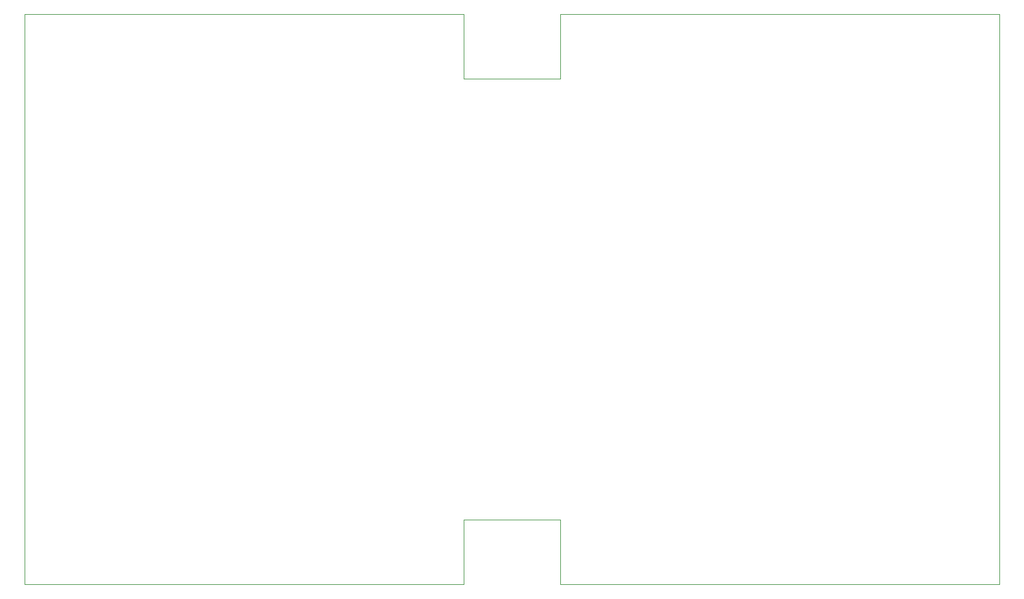
<source format=gbr>
%TF.GenerationSoftware,KiCad,Pcbnew,7.0.9*%
%TF.CreationDate,2024-01-13T11:23:33+07:00*%
%TF.ProjectId,Waterbox 2.1,57617465-7262-46f7-9820-322e312e6b69,rev?*%
%TF.SameCoordinates,Original*%
%TF.FileFunction,Profile,NP*%
%FSLAX46Y46*%
G04 Gerber Fmt 4.6, Leading zero omitted, Abs format (unit mm)*
G04 Created by KiCad (PCBNEW 7.0.9) date 2024-01-13 11:23:33*
%MOMM*%
%LPD*%
G01*
G04 APERTURE LIST*
%TA.AperFunction,Profile*%
%ADD10C,0.100000*%
%TD*%
G04 APERTURE END LIST*
D10*
X118873000Y-61746274D02*
X132208000Y-61746274D01*
X132208000Y-61746274D02*
X132208000Y-52856274D01*
X118873000Y-131342274D02*
X58453000Y-131342274D01*
X192628000Y-52856274D02*
X192628000Y-131342274D01*
X118873000Y-52856274D02*
X118873000Y-61746274D01*
X192628000Y-131342274D02*
X132208000Y-131342274D01*
X132208000Y-131342274D02*
X132208000Y-122452274D01*
X132208000Y-122452274D02*
X118873000Y-122452274D01*
X58453000Y-52856274D02*
X118873000Y-52856274D01*
X118873000Y-122452274D02*
X118873000Y-131342274D01*
X58453000Y-131342274D02*
X58453000Y-52856274D01*
X132208000Y-52856274D02*
X192628000Y-52856274D01*
M02*

</source>
